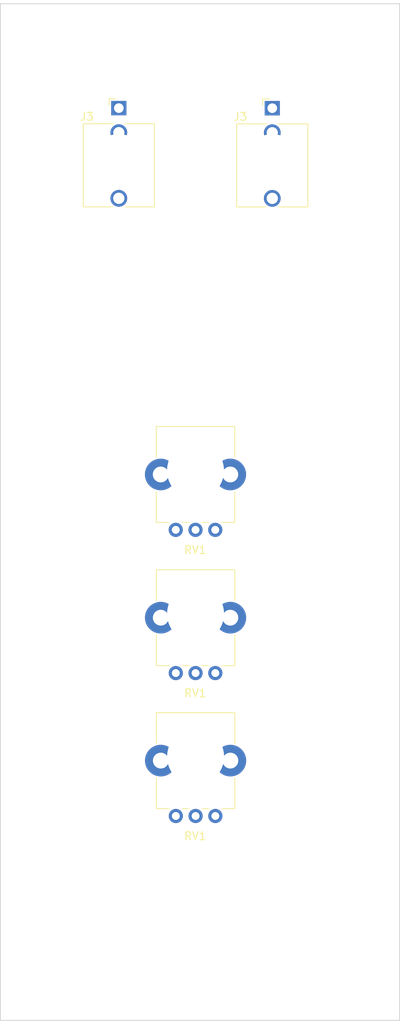
<source format=kicad_pcb>
(kicad_pcb (version 20221018) (generator pcbnew)
  (layers (0 "F.Cu" signal) (31 "B.Cu" signal) (34 "B.Paste" user) (35 "F.Paste" user) (36 "B.SilkS" user "B.Silkscreen") (37 "F.SilkS" user "F.Silkscreen") (38 "B.Mask" user) (39 "F.Mask" user) (44 "Edge.Cuts" user))
  (net 0 "")
  (footprint "Custom_Footprints:Alpha_9mm_Potentiometer_Aligned" (layer "F.Cu") (at 146.19 129.664)
    (fp_text reference "RV1" (at -0.04 10.04) (layer "F.SilkS"))
    (fp_text value "100K")
    (fp_line (start -4.961 -5.56) (end 4.96 -5.56) (stroke (width 0.12)) (layer "F.SilkS"))
    (fp_line (start -4.961 -1.695) (end -4.961 -5.56) (stroke (width 0.12)) (layer "F.SilkS"))
    (fp_line (start -4.961 6.56) (end -4.961 2.694) (stroke (width 0.12)) (layer "F.SilkS"))
    (fp_line (start -4.961 6.56) (end -3.325 6.56) (stroke (width 0.12)) (layer "F.SilkS"))
    (fp_line (start -1.675 6.56) (end -0.825 6.56) (stroke (width 0.12)) (layer "F.SilkS"))
    (fp_line (start 0.825 6.56) (end 1.675 6.56) (stroke (width 0.12)) (layer "F.SilkS"))
    (fp_line (start 3.325 6.56) (end 4.96 6.56) (stroke (width 0.12)) (layer "F.SilkS"))
    (fp_line (start 4.96 -1.695) (end 4.96 -5.56) (stroke (width 0.12)) (layer "F.SilkS"))
    (fp_line (start 4.96 6.56) (end 4.96 2.694) (stroke (width 0.12)) (layer "F.SilkS"))
    (fp_arc (start -2.762432 -1.171982) (mid -0.000553 -3.000762) (end 2.762 -1.173) (stroke (width 0.12)) (layer "F.SilkS"))
    (fp_arc (start 2.297753 1.928295) (mid -0.000192 2.999665) (end -2.298 1.928) (stroke (width 0.12)) (layer "F.SilkS"))
    (pad "" np_thru_hole circle (at -4.4 0.5 90) (size 4 4) (drill 2) (layers "*.Cu" "*.Mask"))
    (pad "" np_thru_hole circle (at 4.4 0.5 90) (size 4 4) (drill 2) (layers "*.Cu" "*.Mask"))
    (pad "1" thru_hole circle (at -2.5 7.5 90) (size 1.8 1.8) (drill 1) (layers "*.Cu" "*.Mask"))
    (pad "2" thru_hole circle (at 0 7.5 90) (size 1.8 1.8) (drill 1) (layers "*.Cu" "*.Mask"))
    (pad "3" thru_hole circle (at 2.5 7.5 90) (size 1.8 1.8) (drill 1) (layers "*.Cu" "*.Mask"))
  )
  (footprint "Custom_Footprints:Sub_Miniature_Switch_MountingHole_3.5mm" (layer "F.Cu") (at 136.48 54.17)
    (fp_text reference "Ref**" hide)
    (fp_text value "Subminiature_Switch" hide)
    (pad "" np_thru_hole circle (at 0 0) (size 6.4 6.4) (drill 6.4) (layers "*.Cu" "*.Mask"))
  )
  (footprint "Custom_Footprints:Sub_Miniature_Switch_MountingHole_3.5mm" (layer "F.Cu") (at 155.89 54.18)
    (fp_text reference "Ref**" hide)
    (fp_text value "Subminiature_Switch" hide)
    (pad "" np_thru_hole circle (at 0 0) (size 6.4 6.4) (drill 6.4) (layers "*.Cu" "*.Mask"))
  )
  (footprint "Connector_Audio:Jack_3.5mm_QingPu_WQP-PJ398SM_Vertical_CircularHoles" (layer "F.Cu") (at 155.89 47.7)
    (fp_text reference "J3" (at -4.03 1.08 180) (layer "F.SilkS"))
    (fp_text value "CV")
    (fp_line (start -4.5 1.98) (end -4.5 12.48) (stroke (width 0.12)) (layer "F.SilkS"))
    (fp_line (start -1.23 -1.17) (end -1.23 -0.37) (stroke (width 0.12)) (layer "F.SilkS"))
    (fp_line (start -1.23 -1.17) (end -0.37 -1.17) (stroke (width 0.12)) (layer "F.SilkS"))
    (fp_line (start -0.8 12.48) (end -4.5 12.48) (stroke (width 0.12)) (layer "F.SilkS"))
    (fp_line (start -0.72 1.98) (end -4.5 1.98) (stroke (width 0.12)) (layer "F.SilkS"))
    (fp_line (start 4.5 1.98) (end 0.72 1.98) (stroke (width 0.12)) (layer "F.SilkS"))
    (fp_line (start 4.5 1.98) (end 4.5 12.48) (stroke (width 0.12)) (layer "F.SilkS"))
    (fp_line (start 4.5 12.48) (end 0.8 12.48) (stroke (width 0.12)) (layer "F.SilkS"))
    (fp_circle (center 0 6.48) (end 1.8 6.48) (stroke (width 0.12)) (fill none) (layer "F.SilkS"))
    (pad "S" thru_hole rect (at 0 0 180) (size 1.93 1.83) (drill 1.22) (layers "*.Cu" "*.Mask"))
    (pad "T" thru_hole circle (at 0 11.4 180) (size 2.13 2.13) (drill 1.43) (layers "*.Cu" "*.Mask"))
    (pad "TN" thru_hole circle (at 0 3.1 180) (size 2.13 2.13) (drill 1.42) (layers "*.Cu" "*.Mask"))
  )
  (footprint "Custom_Footprints:Alpha_9mm_pot_hole" (layer "F.Cu") (at 146.18 93.508 180)
    (fp_text reference "Ref**" hide)
    (fp_text value "Alpha_9mm_pot_hole" hide)
    (pad "" np_thru_hole circle (at 0 0 180) (size 7.2 7.2) (drill 7.2) (layers "F&B.Cu" "*.Mask"))
  )
  (footprint "" (layer "F.Cu") (at 146.186 111.61 180)
    (fp_text reference "" (at 0 0) (layer "F.SilkS") (effects (font (size 1.27 1.27))))
    (fp_text value "" (at 0 0) (layer "F.SilkS") (effects (font (size 1.27 1.27))))
    (pad "" np_thru_hole circle (at 0 0 180) (size 7.2 7.2) (drill 7.2) (layers "F&B.Cu" "*.Mask"))
  )
  (footprint "" (layer "F.Cu") (at 146.186 111.61)
    (fp_text reference "" (at 0 0) (layer "F.SilkS") (effects (font (size 1.27 1.27))))
    (fp_text value "" (at 0 0) (layer "F.SilkS") (effects (font (size 1.27 1.27))))
    (pad "" np_thru_hole circle (at 0 0) (size 7.2 7.2) (drill 7.2) (layers "*.Cu" "*.Mask"))
  )
  (footprint "Custom_Footprints:Sub_Miniature_Switch_MountingHole_3.5mm" (layer "F.Cu") (at 136.48 54.17 180)
    (fp_text reference "Ref**" hide)
    (fp_text value "Subminiature_Switch" hide)
    (pad "" np_thru_hole circle (at 0 0 180) (size 6.4 6.4) (drill 6.4) (layers "F&B.Cu" "*.Mask"))
  )
  (footprint "Custom_Footprints:Sub_Miniature_Switch_MountingHole_3.5mm" (layer "F.Cu") (at 155.89 54.18 180)
    (fp_text reference "Ref**" hide)
    (fp_text value "Subminiature_Switch" hide)
    (pad "" np_thru_hole circle (at 0 0 180) (size 6.4 6.4) (drill 6.4) (layers "F&B.Cu" "*.Mask"))
  )
  (footprint "Custom_Footprints:Alpha_9mm_Potentiometer_Aligned" (layer "F.Cu") (at 146.186 111.6)
    (fp_text reference "RV1" (at -0.04 10.04) (layer "F.SilkS"))
    (fp_text value "100K")
    (fp_line (start -4.961 -5.56) (end 4.96 -5.56) (stroke (width 0.12)) (layer "F.SilkS"))
    (fp_line (start -4.961 -1.695) (end -4.961 -5.56) (stroke (width 0.12)) (layer "F.SilkS"))
    (fp_line (start -4.961 6.56) (end -4.961 2.694) (stroke (width 0.12)) (layer "F.SilkS"))
    (fp_line (start -4.961 6.56) (end -3.325 6.56) (stroke (width 0.12)) (layer "F.SilkS"))
    (fp_line (start -1.675 6.56) (end -0.825 6.56) (stroke (width 0.12)) (layer "F.SilkS"))
    (fp_line (start 0.825 6.56) (end 1.675 6.56) (stroke (width 0.12)) (layer "F.SilkS"))
    (fp_line (start 3.325 6.56) (end 4.96 6.56) (stroke (width 0.12)) (layer "F.SilkS"))
    (fp_line (start 4.96 -1.695) (end 4.96 -5.56) (stroke (width 0.12)) (layer "F.SilkS"))
    (fp_line (start 4.96 6.56) (end 4.96 2.694) (stroke (width 0.12)) (layer "F.SilkS"))
    (fp_arc (start -2.762432 -1.171982) (mid -0.000553 -3.000762) (end 2.762 -1.173) (stroke (width 0.12)) (layer "F.SilkS"))
    (fp_arc (start 2.297753 1.928295) (mid -0.000192 2.999665) (end -2.298 1.928) (stroke (width 0.12)) (layer "F.SilkS"))
    (pad "" np_thru_hole circle (at -4.4 0.5 90) (size 4 4) (drill 2) (layers "*.Cu" "*.Mask"))
    (pad "" np_thru_hole circle (at 4.4 0.5 90) (size 4 4) (drill 2) (layers "*.Cu" "*.Mask"))
    (pad "1" thru_hole circle (at -2.5 7.5 90) (size 1.8 1.8) (drill 1) (layers "*.Cu" "*.Mask"))
    (pad "2" thru_hole circle (at 0 7.5 90) (size 1.8 1.8) (drill 1) (layers "*.Cu" "*.Mask"))
    (pad "3" thru_hole circle (at 2.5 7.5 90) (size 1.8 1.8) (drill 1) (layers "*.Cu" "*.Mask"))
  )
  (footprint "" (layer "F.Cu") (at 146.18 93.508)
    (fp_text reference "" (at 0 0) (layer "F.SilkS") (effects (font (size 1.27 1.27))))
    (fp_text value "" (at 0 0) (layer "F.SilkS") (effects (font (size 1.27 1.27))))
    (pad "" np_thru_hole circle (at 0 0) (size 7.2 7.2) (drill 7.2) (layers "*.Cu" "*.Mask"))
  )
  (footprint "" (layer "F.Cu") (at 146.19 129.674)
    (fp_text reference "" (at 0 0) (layer "F.SilkS") (effects (font (size 1.27 1.27))))
    (fp_text value "" (at 0 0) (layer "F.SilkS") (effects (font (size 1.27 1.27))))
    (pad "" np_thru_hole circle (at 0 0) (size 7.2 7.2) (drill 7.2) (layers "*.Cu" "*.Mask"))
  )
  (footprint "" (layer "F.Cu") (at 146.19 129.674 180)
    (fp_text reference "" (at 0 0) (layer "F.SilkS") (effects (font (size 1.27 1.27))))
    (fp_text value "" (at 0 0) (layer "F.SilkS") (effects (font (size 1.27 1.27))))
    (pad "" np_thru_hole circle (at 0 0 180) (size 7.2 7.2) (drill 7.2) (layers "F&B.Cu" "*.Mask"))
  )
  (footprint "MountingHole:MountingHole_3.2mm_M3" (layer "F.Cu") (at 128.94 160 180)
    (fp_text reference "REF**" hide)
    (fp_text value "MountingHole_3.2mm_M3" hide)
    (pad "" np_thru_hole oval (at 0 0 180) (size 7 3.2) (drill oval 7 3.2) (layers "F&B.Cu" "*.Mask"))
  )
  (footprint "MountingHole:MountingHole_3.2mm_M3" (layer "F.Cu") (at 164.5 37.5 180)
    (fp_text reference "REF**" hide)
    (fp_text value "MountingHole_3.2mm_M3" hide)
    (pad "" np_thru_hole oval (at 0 0 180) (size 7 3.2) (drill oval 7 3.2) (layers "F&B.Cu" "*.Mask"))
  )
  (footprint "MountingHole:MountingHole_3.2mm_M3" (layer "F.Cu") (at 164.5 160 180)
    (fp_text reference "REF**" hide)
    (fp_text value "MountingHole_3.2mm_M3" hide)
    (pad "" np_thru_hole oval (at 0 0 180) (size 7 3.2) (drill oval 7 3.2) (layers "F&B.Cu" "*.Mask"))
  )
  (footprint "Custom_Footprints:Alpha_9mm_Potentiometer_Aligned" (layer "F.Cu") (at 146.18 93.498)
    (fp_text reference "RV1" (at -0.04 10.04) (layer "F.SilkS"))
    (fp_text value "100K")
    (fp_line (start -4.961 -5.56) (end 4.96 -5.56) (stroke (width 0.12)) (layer "F.SilkS"))
    (fp_line (start -4.961 -1.695) (end -4.961 -5.56) (stroke (width 0.12)) (layer "F.SilkS"))
    (fp_line (start -4.961 6.56) (end -4.961 2.694) (stroke (width 0.12)) (layer "F.SilkS"))
    (fp_line (start -4.961 6.56) (end -3.325 6.56) (stroke (width 0.12)) (layer "F.SilkS"))
    (fp_line (start -1.675 6.56) (end -0.825 6.56) (stroke (width 0.12)) (layer "F.SilkS"))
    (fp_line (start 0.825 6.56) (end 1.675 6.56) (stroke (width 0.12)) (layer "F.SilkS"))
    (fp_line (start 3.325 6.56) (end 4.96 6.56) (stroke (width 0.12)) (layer "F.SilkS"))
    (fp_line (start 4.96 -1.695) (end 4.96 -5.56) (stroke (width 0.12)) (layer "F.SilkS"))
    (fp_line (start 4.96 6.56) (end 4.96 2.694) (stroke (width 0.12)) (layer "F.SilkS"))
    (fp_arc (start -2.762432 -1.171982) (mid -0.000553 -3.000762) (end 2.762 -1.173) (stroke (width 0.12)) (layer "F.SilkS"))
    (fp_arc (start 2.297753 1.928295) (mid -0.000192 2.999665) (end -2.298 1.928) (stroke (width 0.12)) (layer "F.SilkS"))
    (pad "" np_thru_hole circle (at -4.4 0.5 90) (size 4 4) (drill 2) (layers "*.Cu" "*.Mask"))
    (pad "" np_thru_hole circle (at 4.4 0.5 90) (size 4 4) (drill 2) (layers "*.Cu" "*.Mask"))
    (pad "1" thru_hole circle (at -2.5 7.5 90) (size 1.8 1.8) (drill 1) (layers "*.Cu" "*.Mask"))
    (pad "2" thru_hole circle (at 0 7.5 90) (size 1.8 1.8) (drill 1) (layers "*.Cu" "*.Mask"))
    (pad "3" thru_hole circle (at 2.5 7.5 90) (size 1.8 1.8) (drill 1) (layers "*.Cu" "*.Mask"))
  )
  (footprint "MountingHole:MountingHole_3.2mm_M3" (layer "F.Cu") (at 128.92 37.5 180)
    (fp_text reference "REF**" hide)
    (fp_text value "MountingHole_3.2mm_M3" hide)
    (pad "" np_thru_hole oval (at 0 0 180) (size 7 3.2) (drill oval 7 3.2) (layers "F&B.Cu" "*.Mask"))
  )
  (footprint "Connector_Audio:Jack_3.5mm_QingPu_WQP-PJ398SM_Vertical_CircularHoles" (layer "F.Cu") (at 136.48 47.69)
    (fp_text reference "J3" (at -4.03 1.08 180) (layer "F.SilkS"))
    (fp_text value "CV")
    (fp_line (start -4.5 1.98) (end -4.5 12.48) (stroke (width 0.12)) (layer "F.SilkS"))
    (fp_line (start -1.23 -1.17) (end -1.23 -0.37) (stroke (width 0.12)) (layer "F.SilkS"))
    (fp_line (start -1.23 -1.17) (end -0.37 -1.17) (stroke (width 0.12)) (layer "F.SilkS"))
    (fp_line (start -0.8 12.48) (end -4.5 12.48) (stroke (width 0.12)) (layer "F.SilkS"))
    (fp_line (start -0.72 1.98) (end -4.5 1.98) (stroke (width 0.12)) (layer "F.SilkS"))
    (fp_line (start 4.5 1.98) (end 0.72 1.98) (stroke (width 0.12)) (layer "F.SilkS"))
    (fp_line (start 4.5 1.98) (end 4.5 12.48) (stroke (width 0.12)) (layer "F.SilkS"))
    (fp_line (start 4.5 12.48) (end 0.8 12.48) (stroke (width 0.12)) (layer "F.SilkS"))
    (fp_circle (center 0 6.48) (end 1.8 6.48) (stroke (width 0.12)) (fill none) (layer "F.SilkS"))
    (pad "S" thru_hole rect (at 0 0 180) (size 1.93 1.83) (drill 1.22) (layers "*.Cu" "*.Mask"))
    (pad "T" thru_hole circle (at 0 11.4 180) (size 2.13 2.13) (drill 1.43) (layers "*.Cu" "*.Mask"))
    (pad "TN" thru_hole circle (at 0 3.1 180) (size 2.13 2.13) (drill 1.42) (layers "*.Cu" "*.Mask"))
  )
  (gr_line (start 121.5 163) (end 121.5 34.5) (stroke (width 0.1)) (layer "Edge.Cuts"))
  (gr_line (start 172 163) (end 121.5 163) (stroke (width 0.1)) (layer "Edge.Cuts"))
  (gr_line (start 172 34.5) (end 172 163) (stroke (width 0.1)) (layer "Edge.Cuts"))
  (gr_line (start 121.5 34.5) (end 172 34.5) (stroke (width 0.1)) (layer "Edge.Cuts"))
)
</source>
